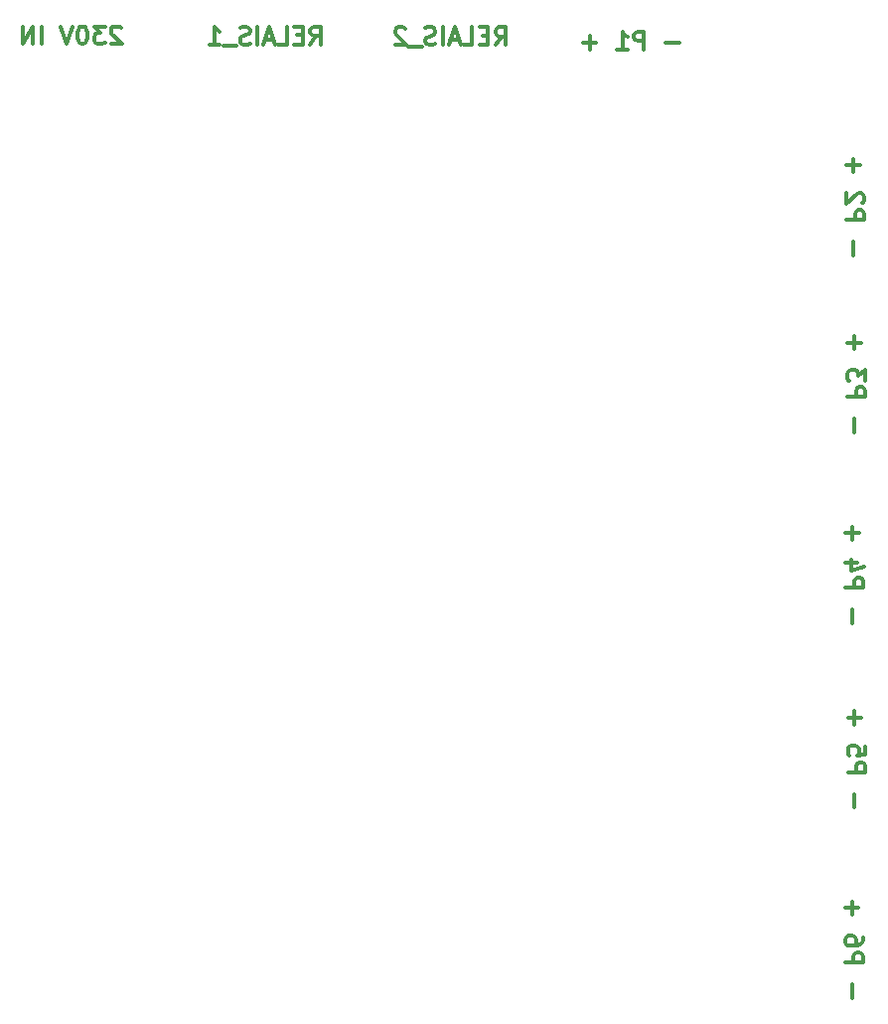
<source format=gbr>
G04 #@! TF.GenerationSoftware,KiCad,Pcbnew,5.0.0-fee4fd1~66~ubuntu16.04.1*
G04 #@! TF.CreationDate,2019-07-26T21:19:50+02:00*
G04 #@! TF.ProjectId,master_module,6D61737465725F6D6F64756C652E6B69,rev?*
G04 #@! TF.SameCoordinates,Original*
G04 #@! TF.FileFunction,Legend,Bot*
G04 #@! TF.FilePolarity,Positive*
%FSLAX46Y46*%
G04 Gerber Fmt 4.6, Leading zero omitted, Abs format (unit mm)*
G04 Created by KiCad (PCBNEW 5.0.0-fee4fd1~66~ubuntu16.04.1) date Fri Jul 26 21:19:50 2019*
%MOMM*%
%LPD*%
G01*
G04 APERTURE LIST*
%ADD10C,0.300000*%
G04 APERTURE END LIST*
D10*
X177362657Y-123436342D02*
X177362657Y-122293485D01*
X176791228Y-120436342D02*
X178291228Y-120436342D01*
X178291228Y-119864914D01*
X178219800Y-119722057D01*
X178148371Y-119650628D01*
X178005514Y-119579200D01*
X177791228Y-119579200D01*
X177648371Y-119650628D01*
X177576942Y-119722057D01*
X177505514Y-119864914D01*
X177505514Y-120436342D01*
X178291228Y-118293485D02*
X178291228Y-118579200D01*
X178219800Y-118722057D01*
X178148371Y-118793485D01*
X177934085Y-118936342D01*
X177648371Y-119007771D01*
X177076942Y-119007771D01*
X176934085Y-118936342D01*
X176862657Y-118864914D01*
X176791228Y-118722057D01*
X176791228Y-118436342D01*
X176862657Y-118293485D01*
X176934085Y-118222057D01*
X177076942Y-118150628D01*
X177434085Y-118150628D01*
X177576942Y-118222057D01*
X177648371Y-118293485D01*
X177719800Y-118436342D01*
X177719800Y-118722057D01*
X177648371Y-118864914D01*
X177576942Y-118936342D01*
X177434085Y-119007771D01*
X177362657Y-116364914D02*
X177362657Y-115222057D01*
X176791228Y-115793485D02*
X177934085Y-115793485D01*
X177591257Y-107231142D02*
X177591257Y-106088285D01*
X177019828Y-104231142D02*
X178519828Y-104231142D01*
X178519828Y-103659714D01*
X178448400Y-103516857D01*
X178376971Y-103445428D01*
X178234114Y-103374000D01*
X178019828Y-103374000D01*
X177876971Y-103445428D01*
X177805542Y-103516857D01*
X177734114Y-103659714D01*
X177734114Y-104231142D01*
X178519828Y-102016857D02*
X178519828Y-102731142D01*
X177805542Y-102802571D01*
X177876971Y-102731142D01*
X177948400Y-102588285D01*
X177948400Y-102231142D01*
X177876971Y-102088285D01*
X177805542Y-102016857D01*
X177662685Y-101945428D01*
X177305542Y-101945428D01*
X177162685Y-102016857D01*
X177091257Y-102088285D01*
X177019828Y-102231142D01*
X177019828Y-102588285D01*
X177091257Y-102731142D01*
X177162685Y-102802571D01*
X177591257Y-100159714D02*
X177591257Y-99016857D01*
X177019828Y-99588285D02*
X178162685Y-99588285D01*
X177413457Y-91508542D02*
X177413457Y-90365685D01*
X176842028Y-88508542D02*
X178342028Y-88508542D01*
X178342028Y-87937114D01*
X178270600Y-87794257D01*
X178199171Y-87722828D01*
X178056314Y-87651400D01*
X177842028Y-87651400D01*
X177699171Y-87722828D01*
X177627742Y-87794257D01*
X177556314Y-87937114D01*
X177556314Y-88508542D01*
X177842028Y-86365685D02*
X176842028Y-86365685D01*
X178413457Y-86722828D02*
X177342028Y-87079971D01*
X177342028Y-86151400D01*
X177413457Y-84437114D02*
X177413457Y-83294257D01*
X176842028Y-83865685D02*
X177984885Y-83865685D01*
X177565857Y-75277942D02*
X177565857Y-74135085D01*
X176994428Y-72277942D02*
X178494428Y-72277942D01*
X178494428Y-71706514D01*
X178423000Y-71563657D01*
X178351571Y-71492228D01*
X178208714Y-71420800D01*
X177994428Y-71420800D01*
X177851571Y-71492228D01*
X177780142Y-71563657D01*
X177708714Y-71706514D01*
X177708714Y-72277942D01*
X178494428Y-70920800D02*
X178494428Y-69992228D01*
X177923000Y-70492228D01*
X177923000Y-70277942D01*
X177851571Y-70135085D01*
X177780142Y-70063657D01*
X177637285Y-69992228D01*
X177280142Y-69992228D01*
X177137285Y-70063657D01*
X177065857Y-70135085D01*
X176994428Y-70277942D01*
X176994428Y-70706514D01*
X177065857Y-70849371D01*
X177137285Y-70920800D01*
X177565857Y-68206514D02*
X177565857Y-67063657D01*
X176994428Y-67635085D02*
X178137285Y-67635085D01*
X177489657Y-60190342D02*
X177489657Y-59047485D01*
X176918228Y-57190342D02*
X178418228Y-57190342D01*
X178418228Y-56618914D01*
X178346800Y-56476057D01*
X178275371Y-56404628D01*
X178132514Y-56333200D01*
X177918228Y-56333200D01*
X177775371Y-56404628D01*
X177703942Y-56476057D01*
X177632514Y-56618914D01*
X177632514Y-57190342D01*
X178275371Y-55761771D02*
X178346800Y-55690342D01*
X178418228Y-55547485D01*
X178418228Y-55190342D01*
X178346800Y-55047485D01*
X178275371Y-54976057D01*
X178132514Y-54904628D01*
X177989657Y-54904628D01*
X177775371Y-54976057D01*
X176918228Y-55833200D01*
X176918228Y-54904628D01*
X177489657Y-53118914D02*
X177489657Y-51976057D01*
X176918228Y-52547485D02*
X178061085Y-52547485D01*
X162653942Y-42093342D02*
X161511085Y-42093342D01*
X159653942Y-42664771D02*
X159653942Y-41164771D01*
X159082514Y-41164771D01*
X158939657Y-41236200D01*
X158868228Y-41307628D01*
X158796800Y-41450485D01*
X158796800Y-41664771D01*
X158868228Y-41807628D01*
X158939657Y-41879057D01*
X159082514Y-41950485D01*
X159653942Y-41950485D01*
X157368228Y-42664771D02*
X158225371Y-42664771D01*
X157796800Y-42664771D02*
X157796800Y-41164771D01*
X157939657Y-41379057D01*
X158082514Y-41521914D01*
X158225371Y-41593342D01*
X155582514Y-42093342D02*
X154439657Y-42093342D01*
X155011085Y-42664771D02*
X155011085Y-41521914D01*
X147001228Y-42283771D02*
X147501228Y-41569485D01*
X147858371Y-42283771D02*
X147858371Y-40783771D01*
X147286942Y-40783771D01*
X147144085Y-40855200D01*
X147072657Y-40926628D01*
X147001228Y-41069485D01*
X147001228Y-41283771D01*
X147072657Y-41426628D01*
X147144085Y-41498057D01*
X147286942Y-41569485D01*
X147858371Y-41569485D01*
X146358371Y-41498057D02*
X145858371Y-41498057D01*
X145644085Y-42283771D02*
X146358371Y-42283771D01*
X146358371Y-40783771D01*
X145644085Y-40783771D01*
X144286942Y-42283771D02*
X145001228Y-42283771D01*
X145001228Y-40783771D01*
X143858371Y-41855200D02*
X143144085Y-41855200D01*
X144001228Y-42283771D02*
X143501228Y-40783771D01*
X143001228Y-42283771D01*
X142501228Y-42283771D02*
X142501228Y-40783771D01*
X141858371Y-42212342D02*
X141644085Y-42283771D01*
X141286942Y-42283771D01*
X141144085Y-42212342D01*
X141072657Y-42140914D01*
X141001228Y-41998057D01*
X141001228Y-41855200D01*
X141072657Y-41712342D01*
X141144085Y-41640914D01*
X141286942Y-41569485D01*
X141572657Y-41498057D01*
X141715514Y-41426628D01*
X141786942Y-41355200D01*
X141858371Y-41212342D01*
X141858371Y-41069485D01*
X141786942Y-40926628D01*
X141715514Y-40855200D01*
X141572657Y-40783771D01*
X141215514Y-40783771D01*
X141001228Y-40855200D01*
X140715514Y-42426628D02*
X139572657Y-42426628D01*
X139286942Y-40926628D02*
X139215514Y-40855200D01*
X139072657Y-40783771D01*
X138715514Y-40783771D01*
X138572657Y-40855200D01*
X138501228Y-40926628D01*
X138429800Y-41069485D01*
X138429800Y-41212342D01*
X138501228Y-41426628D01*
X139358371Y-42283771D01*
X138429800Y-42283771D01*
X131202428Y-42232971D02*
X131702428Y-41518685D01*
X132059571Y-42232971D02*
X132059571Y-40732971D01*
X131488142Y-40732971D01*
X131345285Y-40804400D01*
X131273857Y-40875828D01*
X131202428Y-41018685D01*
X131202428Y-41232971D01*
X131273857Y-41375828D01*
X131345285Y-41447257D01*
X131488142Y-41518685D01*
X132059571Y-41518685D01*
X130559571Y-41447257D02*
X130059571Y-41447257D01*
X129845285Y-42232971D02*
X130559571Y-42232971D01*
X130559571Y-40732971D01*
X129845285Y-40732971D01*
X128488142Y-42232971D02*
X129202428Y-42232971D01*
X129202428Y-40732971D01*
X128059571Y-41804400D02*
X127345285Y-41804400D01*
X128202428Y-42232971D02*
X127702428Y-40732971D01*
X127202428Y-42232971D01*
X126702428Y-42232971D02*
X126702428Y-40732971D01*
X126059571Y-42161542D02*
X125845285Y-42232971D01*
X125488142Y-42232971D01*
X125345285Y-42161542D01*
X125273857Y-42090114D01*
X125202428Y-41947257D01*
X125202428Y-41804400D01*
X125273857Y-41661542D01*
X125345285Y-41590114D01*
X125488142Y-41518685D01*
X125773857Y-41447257D01*
X125916714Y-41375828D01*
X125988142Y-41304400D01*
X126059571Y-41161542D01*
X126059571Y-41018685D01*
X125988142Y-40875828D01*
X125916714Y-40804400D01*
X125773857Y-40732971D01*
X125416714Y-40732971D01*
X125202428Y-40804400D01*
X124916714Y-42375828D02*
X123773857Y-42375828D01*
X122631000Y-42232971D02*
X123488142Y-42232971D01*
X123059571Y-42232971D02*
X123059571Y-40732971D01*
X123202428Y-40947257D01*
X123345285Y-41090114D01*
X123488142Y-41161542D01*
X115059885Y-40850428D02*
X114988457Y-40779000D01*
X114845600Y-40707571D01*
X114488457Y-40707571D01*
X114345600Y-40779000D01*
X114274171Y-40850428D01*
X114202742Y-40993285D01*
X114202742Y-41136142D01*
X114274171Y-41350428D01*
X115131314Y-42207571D01*
X114202742Y-42207571D01*
X113702742Y-40707571D02*
X112774171Y-40707571D01*
X113274171Y-41279000D01*
X113059885Y-41279000D01*
X112917028Y-41350428D01*
X112845600Y-41421857D01*
X112774171Y-41564714D01*
X112774171Y-41921857D01*
X112845600Y-42064714D01*
X112917028Y-42136142D01*
X113059885Y-42207571D01*
X113488457Y-42207571D01*
X113631314Y-42136142D01*
X113702742Y-42064714D01*
X111845600Y-40707571D02*
X111702742Y-40707571D01*
X111559885Y-40779000D01*
X111488457Y-40850428D01*
X111417028Y-40993285D01*
X111345600Y-41279000D01*
X111345600Y-41636142D01*
X111417028Y-41921857D01*
X111488457Y-42064714D01*
X111559885Y-42136142D01*
X111702742Y-42207571D01*
X111845600Y-42207571D01*
X111988457Y-42136142D01*
X112059885Y-42064714D01*
X112131314Y-41921857D01*
X112202742Y-41636142D01*
X112202742Y-41279000D01*
X112131314Y-40993285D01*
X112059885Y-40850428D01*
X111988457Y-40779000D01*
X111845600Y-40707571D01*
X110917028Y-40707571D02*
X110417028Y-42207571D01*
X109917028Y-40707571D01*
X108274171Y-42207571D02*
X108274171Y-40707571D01*
X107559885Y-42207571D02*
X107559885Y-40707571D01*
X106702742Y-42207571D01*
X106702742Y-40707571D01*
M02*

</source>
